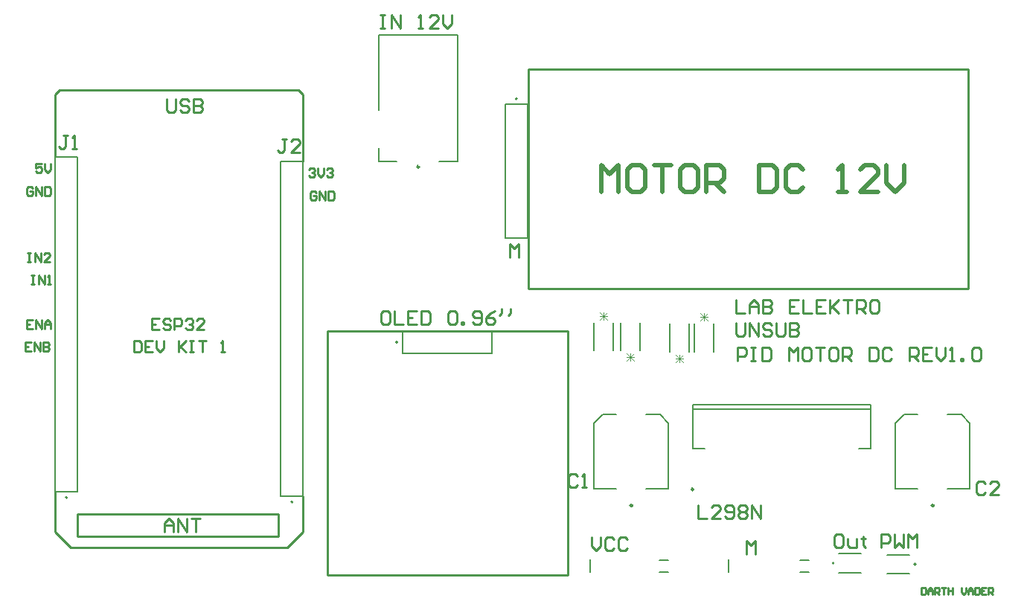
<source format=gto>
%TF.GenerationSoftware,Altium Limited,Altium Designer,23.7.1 (13)*%
G04 Layer_Color=65535*
%FSLAX45Y45*%
%MOMM*%
%TF.SameCoordinates,4FC3C7EC-8D88-42E2-AD13-77C46488DAC4*%
%TF.FilePolarity,Positive*%
%TF.FileFunction,Legend,Top*%
%TF.Part,Single*%
G01*
G75*
%TA.AperFunction,NonConductor*%
%ADD29C,0.20000*%
%ADD30C,0.25000*%
%ADD31C,0.12700*%
%ADD32C,0.15240*%
%ADD33C,0.25400*%
%ADD34C,0.50000*%
%ADD35C,0.07620*%
%ADD36R,0.20000X1.50000*%
D29*
X9368400Y533400D02*
G03*
X9368400Y533400I-10000J0D01*
G01*
X10298500Y520700D02*
G03*
X10298500Y520700I-10000J0D01*
G01*
X3210400Y1230400D02*
G03*
X3210400Y1230400I-10000J0D01*
G01*
X645000Y1281200D02*
G03*
X645000Y1281200I-10000J0D01*
G01*
X4402700Y3048000D02*
G03*
X4402700Y3048000I-10000J0D01*
G01*
X5763100Y5818100D02*
G03*
X5763100Y5818100I-10000J0D01*
G01*
X7765700Y2284600D02*
X9785700D01*
X7765700Y2334600D02*
X9785700D01*
X9652700Y1834600D02*
X9785700D01*
X7765700D02*
X7898700D01*
X9785700D02*
Y2334600D01*
X7765700Y1834600D02*
Y2334600D01*
X7231200Y2228400D02*
X7386200D01*
X6736200D02*
X6891200D01*
X6636200Y2128400D02*
X6736200Y2228400D01*
X7386200D02*
X7486200Y2128400D01*
Y1378400D02*
Y2128400D01*
X6636200Y1378400D02*
Y2128400D01*
Y1378400D02*
X6891200D01*
X7231200D02*
X7486200D01*
X3073400Y1295400D02*
X3327400D01*
X3073400Y5105400D02*
X3327400D01*
X3073400Y1295400D02*
Y5105400D01*
X3327400Y1295400D02*
Y5105400D01*
X508000Y1346200D02*
X762000D01*
X508000Y5156200D02*
X762000D01*
X508000Y1346200D02*
Y5156200D01*
X762000Y1346200D02*
Y5156200D01*
X4185500Y5103700D02*
X4395500D01*
X4185500D02*
Y5258700D01*
Y5688700D02*
Y6543700D01*
X4875500Y5103700D02*
X5085500D01*
X4185500Y6543700D02*
X5085500D01*
Y5103700D02*
Y6543700D01*
X10660200Y2228400D02*
X10815200D01*
X10165200D02*
X10320200D01*
X10065200Y2128400D02*
X10165200Y2228400D01*
X10815200D02*
X10915200Y2128400D01*
Y1378400D02*
Y2128400D01*
X10065200Y1378400D02*
Y2128400D01*
Y1378400D02*
X10320200D01*
X10660200D02*
X10915200D01*
X4457700Y2921000D02*
X5473700D01*
X4457700Y3175000D02*
X5473700D01*
Y2921000D02*
Y3175000D01*
X4457700Y2921000D02*
Y3175000D01*
X5626100Y4229100D02*
Y5753100D01*
X5880100Y4229100D02*
Y5753100D01*
X5626100Y4229100D02*
X5880100D01*
X5626100Y5753100D02*
X5880100D01*
X8979700Y562800D02*
X9079700D01*
X8979700Y427800D02*
X9079700D01*
X7379500Y562800D02*
X7479500D01*
X7379500Y427800D02*
X7479500D01*
D30*
X7769200Y1371600D02*
G03*
X7769200Y1371600I-12500J0D01*
G01*
X7073700Y1188400D02*
G03*
X7073700Y1188400I-12500J0D01*
G01*
X4648000Y5043700D02*
G03*
X4648000Y5043700I-12500J0D01*
G01*
X10502700Y1188400D02*
G03*
X10502700Y1188400I-12500J0D01*
G01*
D31*
X9423400Y640400D02*
X9677400D01*
X9423400Y426400D02*
X9677400D01*
X9969500Y413700D02*
X10223500D01*
X9969500Y627700D02*
X10223500D01*
D32*
X7776210Y2941320D02*
Y3256280D01*
X7997190Y2941320D02*
Y3256280D01*
X7717790Y2941320D02*
Y3256280D01*
X7496810Y2941320D02*
Y3256280D01*
X6633210Y2954020D02*
Y3268980D01*
X6854190Y2954020D02*
Y3268980D01*
X6938010Y2954020D02*
Y3268980D01*
X7158990Y2954020D02*
Y3268980D01*
D33*
X5892800Y3657600D02*
X10892800D01*
Y6157600D01*
X5892800D02*
X10892800D01*
X5892800Y3657600D02*
Y6157600D01*
X6336800Y393700D02*
Y3173700D01*
X3606800Y393700D02*
X6336800D01*
X3606800Y3173700D02*
X6336800D01*
X3606800Y393700D02*
Y3173700D01*
X558800Y5918200D02*
X3276600D01*
X508000Y5867400D02*
X558800Y5918200D01*
X508000Y5156200D02*
Y5867400D01*
X3327400Y5105400D02*
Y5867400D01*
X3276600Y5918200D02*
X3327400Y5867400D01*
X762000Y1092200D02*
X3048000D01*
Y838200D02*
Y1092200D01*
X762000Y838200D02*
X3048000D01*
X762000D02*
Y1092200D01*
X3327400Y889000D02*
Y1295400D01*
X3149600Y711200D02*
X3327400Y889000D01*
X685800Y711200D02*
X3149600D01*
X508000Y889000D02*
X685800Y711200D01*
X508000Y889000D02*
Y1346200D01*
X1399285Y3060659D02*
Y2933700D01*
X1462764D01*
X1483924Y2954860D01*
Y3039499D01*
X1462764Y3060659D01*
X1399285D01*
X1610883D02*
X1526244D01*
Y2933700D01*
X1610883D01*
X1526244Y2997179D02*
X1568563D01*
X1653202Y3060659D02*
Y2976020D01*
X1695522Y2933700D01*
X1737842Y2976020D01*
Y3060659D01*
X1907120D02*
Y2933700D01*
Y2976020D01*
X1991760Y3060659D01*
X1928280Y2997179D01*
X1991760Y2933700D01*
X2034079Y3060659D02*
X2076399D01*
X2055239D01*
Y2933700D01*
X2034079D01*
X2076399D01*
X2139878Y3060659D02*
X2224518D01*
X2182198D01*
Y2933700D01*
X2393796D02*
X2436116D01*
X2414956D01*
Y3060659D01*
X2393796Y3039499D01*
X237088Y3047967D02*
X169377D01*
Y2946400D01*
X237088D01*
X169377Y2997183D02*
X203233D01*
X270944Y2946400D02*
Y3047967D01*
X338656Y2946400D01*
Y3047967D01*
X372512D02*
Y2946400D01*
X423295D01*
X440223Y2963328D01*
Y2980256D01*
X423295Y2997183D01*
X372512D01*
X423295D01*
X440223Y3014111D01*
Y3031039D01*
X423295Y3047967D01*
X372512D01*
X249788Y3301967D02*
X182077D01*
Y3200400D01*
X249788D01*
X182077Y3251183D02*
X215933D01*
X283644Y3200400D02*
Y3301967D01*
X351356Y3200400D01*
Y3301967D01*
X385212Y3200400D02*
Y3268111D01*
X419067Y3301967D01*
X452923Y3268111D01*
Y3200400D01*
Y3251183D01*
X385212D01*
X232869Y3809967D02*
X266725D01*
X249797D01*
Y3708400D01*
X232869D01*
X266725D01*
X317508D02*
Y3809967D01*
X385220Y3708400D01*
Y3809967D01*
X419076Y3708400D02*
X452931D01*
X436003D01*
Y3809967D01*
X419076Y3793039D01*
X190541Y4063967D02*
X224397D01*
X207469D01*
Y3962400D01*
X190541D01*
X224397D01*
X275181D02*
Y4063967D01*
X342892Y3962400D01*
Y4063967D01*
X444459Y3962400D02*
X376748D01*
X444459Y4030111D01*
Y4047039D01*
X427531Y4063967D01*
X393676D01*
X376748Y4047039D01*
X351372Y5079967D02*
X283661D01*
Y5029183D01*
X317517Y5046111D01*
X334444D01*
X351372Y5029183D01*
Y4995328D01*
X334444Y4978400D01*
X300589D01*
X283661Y4995328D01*
X385228Y5079967D02*
Y5012256D01*
X419084Y4978400D01*
X452939Y5012256D01*
Y5079967D01*
X249788Y4796339D02*
X232861Y4813267D01*
X199005D01*
X182077Y4796339D01*
Y4728628D01*
X199005Y4711700D01*
X232861D01*
X249788Y4728628D01*
Y4762483D01*
X215933D01*
X283644Y4711700D02*
Y4813267D01*
X351356Y4711700D01*
Y4813267D01*
X385212D02*
Y4711700D01*
X435995D01*
X452923Y4728628D01*
Y4796339D01*
X435995Y4813267D01*
X385212D01*
X3475588Y4745539D02*
X3458661Y4762467D01*
X3424805D01*
X3407877Y4745539D01*
Y4677828D01*
X3424805Y4660900D01*
X3458661D01*
X3475588Y4677828D01*
Y4711683D01*
X3441733D01*
X3509444Y4660900D02*
Y4762467D01*
X3577156Y4660900D01*
Y4762467D01*
X3611012D02*
Y4660900D01*
X3661795D01*
X3678723Y4677828D01*
Y4745539D01*
X3661795Y4762467D01*
X3611012D01*
X3395177Y5012239D02*
X3412105Y5029167D01*
X3445961D01*
X3462888Y5012239D01*
Y4995311D01*
X3445961Y4978383D01*
X3429033D01*
X3445961D01*
X3462888Y4961456D01*
Y4944528D01*
X3445961Y4927600D01*
X3412105D01*
X3395177Y4944528D01*
X3496744Y5029167D02*
Y4961456D01*
X3530600Y4927600D01*
X3564456Y4961456D01*
Y5029167D01*
X3598312Y5012239D02*
X3615239Y5029167D01*
X3649095D01*
X3666023Y5012239D01*
Y4995311D01*
X3649095Y4978383D01*
X3632167D01*
X3649095D01*
X3666023Y4961456D01*
Y4944528D01*
X3649095Y4927600D01*
X3615239D01*
X3598312Y4944528D01*
X1693402Y3314659D02*
X1608763D01*
Y3187700D01*
X1693402D01*
X1608763Y3251179D02*
X1651082D01*
X1820361Y3293499D02*
X1799201Y3314659D01*
X1756881D01*
X1735721Y3293499D01*
Y3272339D01*
X1756881Y3251179D01*
X1799201D01*
X1820361Y3230020D01*
Y3208860D01*
X1799201Y3187700D01*
X1756881D01*
X1735721Y3208860D01*
X1862680Y3187700D02*
Y3314659D01*
X1926160D01*
X1947320Y3293499D01*
Y3251179D01*
X1926160Y3230020D01*
X1862680D01*
X1989639Y3293499D02*
X2010799Y3314659D01*
X2053119D01*
X2074279Y3293499D01*
Y3272339D01*
X2053119Y3251179D01*
X2031959D01*
X2053119D01*
X2074279Y3230020D01*
Y3208860D01*
X2053119Y3187700D01*
X2010799D01*
X1989639Y3208860D01*
X2201237Y3187700D02*
X2116598D01*
X2201237Y3272339D01*
Y3293499D01*
X2180077Y3314659D01*
X2137758D01*
X2116598Y3293499D01*
X8267700Y2832100D02*
Y2984451D01*
X8343875D01*
X8369267Y2959059D01*
Y2908275D01*
X8343875Y2882883D01*
X8267700D01*
X8420051Y2984451D02*
X8470834D01*
X8445443D01*
Y2832100D01*
X8420051D01*
X8470834D01*
X8547010Y2984451D02*
Y2832100D01*
X8623185D01*
X8648577Y2857492D01*
Y2959059D01*
X8623185Y2984451D01*
X8547010D01*
X8851711Y2832100D02*
Y2984451D01*
X8902495Y2933667D01*
X8953278Y2984451D01*
Y2832100D01*
X9080237Y2984451D02*
X9029454D01*
X9004062Y2959059D01*
Y2857492D01*
X9029454Y2832100D01*
X9080237D01*
X9105629Y2857492D01*
Y2959059D01*
X9080237Y2984451D01*
X9156412D02*
X9257980D01*
X9207196D01*
Y2832100D01*
X9384939Y2984451D02*
X9334155D01*
X9308763Y2959059D01*
Y2857492D01*
X9334155Y2832100D01*
X9384939D01*
X9410330Y2857492D01*
Y2959059D01*
X9384939Y2984451D01*
X9461114Y2832100D02*
Y2984451D01*
X9537289D01*
X9562681Y2959059D01*
Y2908275D01*
X9537289Y2882883D01*
X9461114D01*
X9511897D02*
X9562681Y2832100D01*
X9765815Y2984451D02*
Y2832100D01*
X9841991D01*
X9867383Y2857492D01*
Y2959059D01*
X9841991Y2984451D01*
X9765815D01*
X10019733Y2959059D02*
X9994341Y2984451D01*
X9943558D01*
X9918166Y2959059D01*
Y2857492D01*
X9943558Y2832100D01*
X9994341D01*
X10019733Y2857492D01*
X10222868Y2832100D02*
Y2984451D01*
X10299043D01*
X10324435Y2959059D01*
Y2908275D01*
X10299043Y2882883D01*
X10222868D01*
X10273651D02*
X10324435Y2832100D01*
X10476785Y2984451D02*
X10375218D01*
Y2832100D01*
X10476785D01*
X10375218Y2908275D02*
X10426002D01*
X10527569Y2984451D02*
Y2882883D01*
X10578352Y2832100D01*
X10629136Y2882883D01*
Y2984451D01*
X10679920Y2832100D02*
X10730703D01*
X10705312D01*
Y2984451D01*
X10679920Y2959059D01*
X10806879Y2832100D02*
Y2857492D01*
X10832270D01*
Y2832100D01*
X10806879D01*
X10933837Y2959059D02*
X10959229Y2984451D01*
X11010013D01*
X11035405Y2959059D01*
Y2857492D01*
X11010013Y2832100D01*
X10959229D01*
X10933837Y2857492D01*
Y2959059D01*
X10363200Y253975D02*
Y177800D01*
X10401288D01*
X10413983Y190496D01*
Y241279D01*
X10401288Y253975D01*
X10363200D01*
X10439375Y177800D02*
Y228583D01*
X10464767Y253975D01*
X10490159Y228583D01*
Y177800D01*
Y215888D01*
X10439375D01*
X10515551Y177800D02*
Y253975D01*
X10553639D01*
X10566334Y241279D01*
Y215888D01*
X10553639Y203192D01*
X10515551D01*
X10540943D02*
X10566334Y177800D01*
X10591726Y253975D02*
X10642510D01*
X10617118D01*
Y177800D01*
X10667901Y253975D02*
Y177800D01*
Y215888D01*
X10718685D01*
Y253975D01*
Y177800D01*
X10820252Y253975D02*
Y203192D01*
X10845644Y177800D01*
X10871036Y203192D01*
Y253975D01*
X10896428Y177800D02*
Y228583D01*
X10921819Y253975D01*
X10947211Y228583D01*
Y177800D01*
Y215888D01*
X10896428D01*
X10972603Y253975D02*
Y177800D01*
X11010691D01*
X11023386Y190496D01*
Y241279D01*
X11010691Y253975D01*
X10972603D01*
X11099562D02*
X11048778D01*
Y177800D01*
X11099562D01*
X11048778Y215888D02*
X11074170D01*
X11124954Y177800D02*
Y253975D01*
X11163041D01*
X11175737Y241279D01*
Y215888D01*
X11163041Y203192D01*
X11124954D01*
X11150345D02*
X11175737Y177800D01*
X8255000Y3263851D02*
Y3136892D01*
X8280392Y3111500D01*
X8331175D01*
X8356567Y3136892D01*
Y3263851D01*
X8407351Y3111500D02*
Y3263851D01*
X8508918Y3111500D01*
Y3263851D01*
X8661269Y3238459D02*
X8635877Y3263851D01*
X8585093D01*
X8559701Y3238459D01*
Y3213067D01*
X8585093Y3187675D01*
X8635877D01*
X8661269Y3162283D01*
Y3136892D01*
X8635877Y3111500D01*
X8585093D01*
X8559701Y3136892D01*
X8712052Y3263851D02*
Y3136892D01*
X8737444Y3111500D01*
X8788228D01*
X8813619Y3136892D01*
Y3263851D01*
X8864403D02*
Y3111500D01*
X8940578D01*
X8965970Y3136892D01*
Y3162283D01*
X8940578Y3187675D01*
X8864403D01*
X8940578D01*
X8965970Y3213067D01*
Y3238459D01*
X8940578Y3263851D01*
X8864403D01*
X8255000Y3530551D02*
Y3378200D01*
X8356567D01*
X8407351D02*
Y3479767D01*
X8458134Y3530551D01*
X8508918Y3479767D01*
Y3378200D01*
Y3454375D01*
X8407351D01*
X8559701Y3530551D02*
Y3378200D01*
X8635877D01*
X8661269Y3403592D01*
Y3428983D01*
X8635877Y3454375D01*
X8559701D01*
X8635877D01*
X8661269Y3479767D01*
Y3505159D01*
X8635877Y3530551D01*
X8559701D01*
X8965970D02*
X8864403D01*
Y3378200D01*
X8965970D01*
X8864403Y3454375D02*
X8915186D01*
X9016754Y3530551D02*
Y3378200D01*
X9118321D01*
X9270672Y3530551D02*
X9169104D01*
Y3378200D01*
X9270672D01*
X9169104Y3454375D02*
X9219888D01*
X9321455Y3530551D02*
Y3378200D01*
Y3428983D01*
X9423022Y3530551D01*
X9346847Y3454375D01*
X9423022Y3378200D01*
X9473806Y3530551D02*
X9575373D01*
X9524589D01*
Y3378200D01*
X9626157D02*
Y3530551D01*
X9702332D01*
X9727724Y3505159D01*
Y3454375D01*
X9702332Y3428983D01*
X9626157D01*
X9676940D02*
X9727724Y3378200D01*
X9854683Y3530551D02*
X9803899D01*
X9778507Y3505159D01*
Y3403592D01*
X9803899Y3378200D01*
X9854683D01*
X9880074Y3403592D01*
Y3505159D01*
X9854683Y3530551D01*
X1752600Y889000D02*
Y990567D01*
X1803383Y1041351D01*
X1854167Y990567D01*
Y889000D01*
Y965175D01*
X1752600D01*
X1904951Y889000D02*
Y1041351D01*
X2006518Y889000D01*
Y1041351D01*
X2057301D02*
X2158869D01*
X2108085D01*
Y889000D01*
X1778000Y5816551D02*
Y5689592D01*
X1803392Y5664200D01*
X1854175D01*
X1879567Y5689592D01*
Y5816551D01*
X2031918Y5791159D02*
X2006526Y5816551D01*
X1955743D01*
X1930351Y5791159D01*
Y5765767D01*
X1955743Y5740375D01*
X2006526D01*
X2031918Y5714983D01*
Y5689592D01*
X2006526Y5664200D01*
X1955743D01*
X1930351Y5689592D01*
X2082701Y5816551D02*
Y5664200D01*
X2158877D01*
X2184269Y5689592D01*
Y5714983D01*
X2158877Y5740375D01*
X2082701D01*
X2158877D01*
X2184269Y5765767D01*
Y5791159D01*
X2158877Y5816551D01*
X2082701D01*
X4292814Y3403579D02*
X4242030D01*
X4216638Y3378188D01*
Y3276621D01*
X4242030Y3251229D01*
X4292814D01*
X4318205Y3276621D01*
Y3378188D01*
X4292814Y3403579D01*
X4368989D02*
Y3251229D01*
X4470556D01*
X4622907Y3403579D02*
X4521340D01*
Y3251229D01*
X4622907D01*
X4521340Y3327404D02*
X4572123D01*
X4673690Y3403579D02*
Y3251229D01*
X4749866D01*
X4775258Y3276621D01*
Y3378188D01*
X4749866Y3403579D01*
X4673690D01*
X4978392Y3378188D02*
X5003784Y3403579D01*
X5054567D01*
X5079959Y3378188D01*
Y3276621D01*
X5054567Y3251229D01*
X5003784D01*
X4978392Y3276621D01*
Y3378188D01*
X5130743Y3251229D02*
Y3276621D01*
X5156134D01*
Y3251229D01*
X5130743D01*
X5257701Y3276621D02*
X5283093Y3251229D01*
X5333877D01*
X5359269Y3276621D01*
Y3378188D01*
X5333877Y3403579D01*
X5283093D01*
X5257701Y3378188D01*
Y3352796D01*
X5283093Y3327404D01*
X5359269D01*
X5511619Y3403579D02*
X5460836Y3378188D01*
X5410052Y3327404D01*
Y3276621D01*
X5435444Y3251229D01*
X5486228D01*
X5511619Y3276621D01*
Y3302012D01*
X5486228Y3327404D01*
X5410052D01*
X5587795Y3428971D02*
Y3378188D01*
X5562403Y3352796D01*
X5689362Y3428971D02*
Y3378188D01*
X5663970Y3352796D01*
X7823315Y1193775D02*
Y1041425D01*
X7924882D01*
X8077233D02*
X7975666D01*
X8077233Y1142992D01*
Y1168383D01*
X8051841Y1193775D01*
X8001058D01*
X7975666Y1168383D01*
X8128017Y1066817D02*
X8153408Y1041425D01*
X8204192D01*
X8229584Y1066817D01*
Y1168383D01*
X8204192Y1193775D01*
X8153408D01*
X8128017Y1168383D01*
Y1142992D01*
X8153408Y1117600D01*
X8229584D01*
X8280367Y1168383D02*
X8305759Y1193775D01*
X8356543D01*
X8381934Y1168383D01*
Y1142992D01*
X8356543Y1117600D01*
X8381934Y1092208D01*
Y1066817D01*
X8356543Y1041425D01*
X8305759D01*
X8280367Y1066817D01*
Y1092208D01*
X8305759Y1117600D01*
X8280367Y1142992D01*
Y1168383D01*
X8305759Y1117600D02*
X8356543D01*
X8432718Y1041425D02*
Y1193775D01*
X8534285Y1041425D01*
Y1193775D01*
X9448833Y863575D02*
X9398050D01*
X9372658Y838183D01*
Y736617D01*
X9398050Y711225D01*
X9448833D01*
X9474225Y736617D01*
Y838183D01*
X9448833Y863575D01*
X9525008Y812792D02*
Y736617D01*
X9550400Y711225D01*
X9626576D01*
Y812792D01*
X9702751Y838183D02*
Y812792D01*
X9677359D01*
X9728143D01*
X9702751D01*
Y736617D01*
X9728143Y711225D01*
X5676917Y4013225D02*
Y4165575D01*
X5727700Y4114792D01*
X5778484Y4165575D01*
Y4013225D01*
X4203832Y6769075D02*
X4254615D01*
X4229223D01*
Y6616725D01*
X4203832D01*
X4254615D01*
X4330790D02*
Y6769075D01*
X4432358Y6616725D01*
Y6769075D01*
X4635492Y6616725D02*
X4686275D01*
X4660884D01*
Y6769075D01*
X4635492Y6743683D01*
X4864018Y6616725D02*
X4762451D01*
X4864018Y6718292D01*
Y6743683D01*
X4838626Y6769075D01*
X4787843D01*
X4762451Y6743683D01*
X4914801Y6769075D02*
Y6667508D01*
X4965585Y6616725D01*
X5016369Y6667508D01*
Y6769075D01*
X9906066Y711225D02*
Y863575D01*
X9982241D01*
X10007633Y838183D01*
Y787400D01*
X9982241Y762008D01*
X9906066D01*
X10058417Y863575D02*
Y711225D01*
X10109200Y762008D01*
X10159984Y711225D01*
Y863575D01*
X10210767Y711225D02*
Y863575D01*
X10261551Y812792D01*
X10312334Y863575D01*
Y711225D01*
X3136908Y5359375D02*
X3086125D01*
X3111517D01*
Y5232417D01*
X3086125Y5207025D01*
X3060733D01*
X3035341Y5232417D01*
X3289259Y5207025D02*
X3187692D01*
X3289259Y5308592D01*
Y5333983D01*
X3263867Y5359375D01*
X3213084D01*
X3187692Y5333983D01*
X647700Y5397475D02*
X596917D01*
X622308D01*
Y5270517D01*
X596917Y5245125D01*
X571525D01*
X546133Y5270517D01*
X698484Y5245125D02*
X749267D01*
X723876D01*
Y5397475D01*
X698484Y5372083D01*
X8369317Y635025D02*
Y787375D01*
X8420100Y736592D01*
X8470884Y787375D01*
Y635025D01*
X6611620Y830531D02*
Y728963D01*
X6662403Y678180D01*
X6713187Y728963D01*
Y830531D01*
X6865538Y805139D02*
X6840146Y830531D01*
X6789363D01*
X6763971Y805139D01*
Y703572D01*
X6789363Y678180D01*
X6840146D01*
X6865538Y703572D01*
X7017889Y805139D02*
X6992497Y830531D01*
X6941713D01*
X6916321Y805139D01*
Y703572D01*
X6941713Y678180D01*
X6992497D01*
X7017889Y703572D01*
X11087108Y1435083D02*
X11061717Y1460475D01*
X11010933D01*
X10985541Y1435083D01*
Y1333517D01*
X11010933Y1308125D01*
X11061717D01*
X11087108Y1333517D01*
X11239459Y1308125D02*
X11137892D01*
X11239459Y1409692D01*
Y1435083D01*
X11214067Y1460475D01*
X11163284D01*
X11137892Y1435083D01*
X6451600Y1523983D02*
X6426208Y1549375D01*
X6375425D01*
X6350033Y1523983D01*
Y1422417D01*
X6375425Y1397025D01*
X6426208D01*
X6451600Y1422417D01*
X6502384Y1397025D02*
X6553167D01*
X6527776D01*
Y1549375D01*
X6502384Y1523983D01*
D34*
X6717500Y4761700D02*
Y5061603D01*
X6817467Y4961635D01*
X6917435Y5061603D01*
Y4761700D01*
X7167354Y5061603D02*
X7067387D01*
X7017403Y5011619D01*
Y4811684D01*
X7067387Y4761700D01*
X7167354D01*
X7217338Y4811684D01*
Y5011619D01*
X7167354Y5061603D01*
X7317306D02*
X7517241D01*
X7417273D01*
Y4761700D01*
X7767160Y5061603D02*
X7667192D01*
X7617209Y5011619D01*
Y4811684D01*
X7667192Y4761700D01*
X7767160D01*
X7817144Y4811684D01*
Y5011619D01*
X7767160Y5061603D01*
X7917111Y4761700D02*
Y5061603D01*
X8067063D01*
X8117047Y5011619D01*
Y4911651D01*
X8067063Y4861667D01*
X7917111D01*
X8017079D02*
X8117047Y4761700D01*
X8516917Y5061603D02*
Y4761700D01*
X8666869D01*
X8716853Y4811684D01*
Y5011619D01*
X8666869Y5061603D01*
X8516917D01*
X9016755Y5011619D02*
X8966771Y5061603D01*
X8866804D01*
X8816820Y5011619D01*
Y4811684D01*
X8866804Y4761700D01*
X8966771D01*
X9016755Y4811684D01*
X9416626Y4761700D02*
X9516593D01*
X9466610D01*
Y5061603D01*
X9416626Y5011619D01*
X9866480Y4761700D02*
X9666545D01*
X9866480Y4961635D01*
Y5011619D01*
X9816496Y5061603D01*
X9716529D01*
X9666545Y5011619D01*
X9966448Y5061603D02*
Y4861667D01*
X10066415Y4761700D01*
X10166383Y4861667D01*
Y5061603D01*
D35*
X7928999Y3376930D02*
X7844360Y3292291D01*
Y3376930D02*
X7928999Y3292291D01*
X7886679Y3376930D02*
Y3292291D01*
X7844360Y3334610D02*
X7928999D01*
X7565001Y2820670D02*
X7649640Y2905309D01*
Y2820670D02*
X7565001Y2905309D01*
X7607321Y2820670D02*
Y2905309D01*
X7649640Y2862990D02*
X7565001D01*
X6785999Y3389630D02*
X6701360Y3304991D01*
Y3389630D02*
X6785999Y3304991D01*
X6743679Y3389630D02*
Y3304991D01*
X6701360Y3347310D02*
X6785999D01*
X7006201Y2833370D02*
X7090840Y2918009D01*
Y2833370D02*
X7006201Y2918009D01*
X7048521Y2833370D02*
Y2918009D01*
X7090840Y2875690D02*
X7006201D01*
D36*
X8170100Y495301D02*
D03*
X6595300D02*
D03*
%TF.MD5,404069a9b8101258585dfeff5a80f1be*%
M02*

</source>
